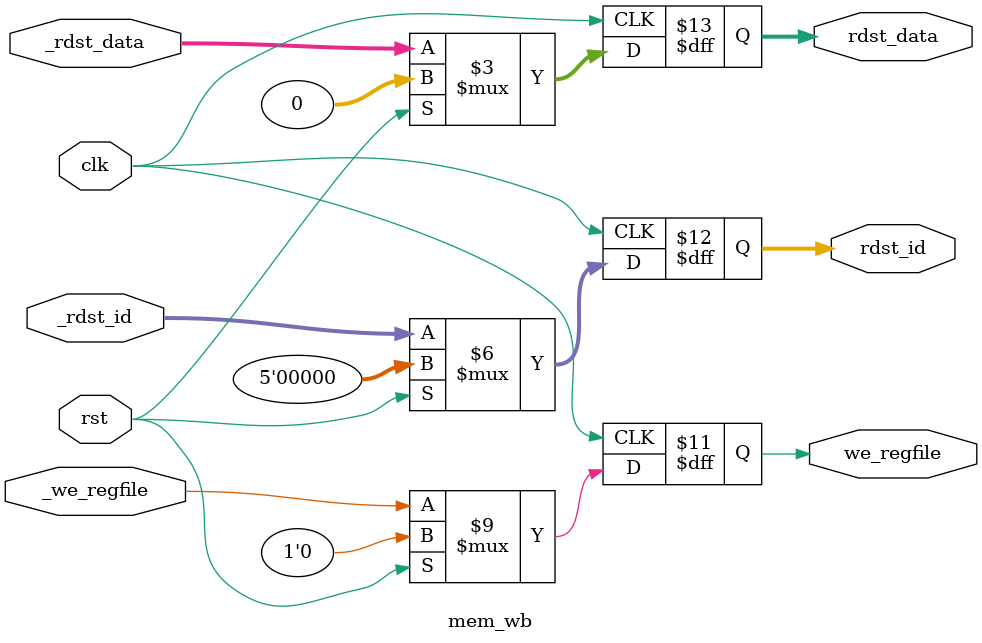
<source format=v>
module core_top #(
    parameter DWIDTH = 32
)(
    input                 clk,
    input                 rst
);

// hope this work UwU

// Jump type
localparam [2:0] JUMP_ZERO = 3'd0, // no jump
                 JUMP_BEQ  = 3'd1, // beq jump 
                 JUMP_JR   = 3'd2, // jr jump
                 JUMP_JAL  = 3'd3, // jal jump
                 JUMP_J    = 3'd4; // j jump

// rdst_data
localparam [1:0] LOAD_ALU_RES = 2'b00,
                 LOAD_DMEM    = 2'b01,
                 LOAD_PC_4    = 2'b10;

localparam [2:0] FWD_ORI = 3'b000, // one-hot encoding is easier
                 FWD_EX  = 3'b001,
                 FWD_MEM = 3'b010,
                 FWD_WB  = 3'b100;

// module declaration

// pc module
wire [31: 0] pc_addr, pc_4;
assign pc_4 = pc_addr + 4;
pc pc_inst(
    // input
    .clk(clk),
    .rst(rst),
    .pc_4(pc_4),
    .bran_jump(bran_jump),
    .bran_target_pc(bran_target_pc),
    .BHT_jump(BHT_jump),
    .BHT_target_pc(BHT_target_pc),
    .hazard_flush(hazard_flush),
    .hazard_stall(hazard_stall),
    .idex_jump(idex_jump),
    .idex_pc_4(idex_pc_4),

    // output 
    .addr(pc_addr)
); // end of pc module

// imem module
wire [31: 0] imem_instr;
imem imem_inst(
    // input
    .addr(pc_addr[7 : 0]),
    
    // output
    .rdata(imem_instr)
); // end of imem module

// if_id module
wire [31: 0] ifid_pc_4, ifid_instr;
wire         ifid_jump;
if_id ifid_inst(
    // input
    .clk(clk),
    .stall(hazard_stall),
    .rst(rst),
    .flush(hazard_flush),
    
    ._pc_4(pc_4),
    ._instr(imem_instr),
    ._jump(BHT_jump),
    
    // output
    .pc_4(ifid_pc_4),
    .instr(ifid_instr),
    .jump(ifid_jump)
); // end of if_id module

// decode module
wire [2 : 0] dec_jump_type;
wire [25: 0] dec_jump_addr;
wire         dec_we_dmem, dec_we_regfile;
wire [1 : 0] dec_lw_flag;
wire         dec_ssel;
wire [31: 0] dec_extend_imm;
wire [3 : 0] dec_alu_op;
wire [4 : 0] dec_rdst_id, dec_rs1_id, dec_rs2_id;
decode decode_inst(
    // input
    .instr(ifid_instr),
    
    // output
    .op(dec_alu_op),
    .ssel(dec_ssel),
    .imm(dec_extend_imm),
    .rs1_id(dec_rs1_id),
    .rs2_id(dec_rs2_id),
    .rdst_id(dec_rdst_id),
    .jump_type(dec_jump_type),
    .jump_addr(dec_jump_addr),
    .we_dmem(dec_we_dmem),
    .we_regfile(dec_we_regfile),
    .lw_flag(dec_lw_flag)
); // end of decode module

// regfile module
wire [31: 0] regfile_rs1_data, regfile_rs2_data;
reg_file reg_file_inst(
    // input
    .clk(clk),
    .rst(rst),
    
    .rs1_id(dec_rs1_id),
    .rs2_id(dec_rs2_id),
    .we(memwb_we_regfile),
    .rdst_id(memwb_rdst_id),
    .rdst(memwb_rdst_data),
    
    // output
    .rs1(regfile_rs1_data),
    .rs2(regfile_rs2_data)
); // end of regfile module

//=========================================================
// hazard module
wire         hazard_flush, hazard_stall;
wire [2 : 0] hazard_fwd_rs1, hazard_fwd_rs2;
hazard_ctrl hazard_inst(
    // input
    // data hazard
    .dec_rs1_id(dec_rs1_id),
    .dec_rs2_id(dec_rs2_id),
    .idex_rdst_id(idex_rdst_id),
    .idex_lw_flag(idex_lw_flag),
    .exmem_rdst_id(exmem_rdst_id),
    .memwb_rdst_id(memwb_rdst_id),
    
    // control hazard
    .bran_jump(bran_jump),
    .BHT_jump(idex_jump),
    
    // output
    .fwd_rs1(hazard_fwd_rs1),
    .fwd_rs2(hazard_fwd_rs2),
    .hazard_flush(hazard_flush),
    .hazard_stall(hazard_stall)
); // end of hazard module

// BHT module
wire         BHT_jump;
wire [31: 0] BHT_target_pc;
wire [31: 0] BHT_update_pc;
wire         BHT_update_valid;

assign BHT_update_pc = idex_pc_4 - 4;
assign BHT_update_valid = (idex_jump_type == JUMP_BEQ);

BHT BHT_inst(
    // input
    .clk(clk),
    .rst(rst),

    .read_pc(pc_addr),

    .update_pc(BHT_update_pc),
    .update_target(bran_target_pc),
    .update_valid(BHT_update_valid),
    .update_value(bran_jump),

    .jump(BHT_jump),
    .target_pc(BHT_target_pc)
);

//=========================================================
// id_ex module

// forwarding mux for rs1 and rs2
reg  [31: 0] idex_rs1_l, idex_rs2_l;
always@(*) begin // idex_rs1_l
    case(hazard_fwd_rs1)
    FWD_ORI: idex_rs1_l = regfile_rs1_data;
    FWD_EX : idex_rs1_l = alu_result;
    FWD_MEM: idex_rs1_l = mux_rdst_data;
    FWD_WB : idex_rs1_l = memwb_rdst_data;
    default: idex_rs1_l = regfile_rs1_data;
    endcase
end
always@(*) begin // idex_rs1_l
    case(hazard_fwd_rs2)
    FWD_ORI: idex_rs2_l = regfile_rs2_data;
    FWD_EX : idex_rs2_l = alu_result;
    FWD_MEM: idex_rs2_l = mux_rdst_data;
    FWD_WB : idex_rs2_l = memwb_rdst_data;
    default: idex_rs2_l = regfile_rs2_data;
    endcase
end
wire [31: 0] idex_pc_4;
wire [2 : 0] idex_jump_type;
wire [25: 0] idex_jump_addr;
wire         idex_we_dmem, idex_we_regfile, idex_ssel;
wire [1 : 0] idex_lw_flag;
wire [31: 0] idex_extend_imm;
wire [3 : 0] idex_alu_op;
wire [31: 0] idex_rs1_data, idex_rs2_data;
wire [4 : 0] idex_rdst_id;
wire         idex_jump;
id_ex idex_inst(
    // input
    .clk(clk),
    .rst(rst),
    .flush(hazard_flush),
    .stall(hazard_stall),
    
    ._pc_4(ifid_pc_4),
    ._jump_type(dec_jump_type),
    ._jump_addr(dec_jump_addr),
    ._we_dmem(dec_we_dmem),
    ._we_regfile(dec_we_regfile),
    ._lw_flag(dec_lw_flag),
    
    ._ssel(dec_ssel),
    ._signed_extend_imm(dec_extend_imm),
    ._alu_op(dec_alu_op),
    ._rs1_data(idex_rs1_l),
    ._rs2_data(idex_rs2_l),
    ._rdst_id(dec_rdst_id),
    ._jump(ifid_jump),
    
    // output
    .pc_4(idex_pc_4),
    .jump_type(idex_jump_type),
    .jump_addr(idex_jump_addr),
    .we_dmem(idex_we_dmem),
    .we_regfile(idex_we_regfile),
    .lw_flag(idex_lw_flag),
    
    .ssel(idex_ssel),
    .signed_extend_imm(idex_extend_imm),
    .alu_op(idex_alu_op),
    .rs1_data(idex_rs1_data),
    .rs2_data(idex_rs2_data),
    .rdst_id(idex_rdst_id),
    .jump(idex_jump)
); // end of id_ex module
//=========================================================


// branch module
wire [31: 0] bran_target_pc;
wire         bran_jump;
branch branch_inst(
    // input
    .pc_4(idex_pc_4),
    .jump_type(idex_jump_type),
    .jump_addr(idex_jump_addr),
    .rs1_data(idex_rs1_data),
    .signed_extend_imm(idex_extend_imm),
    .zero(alu_zero),

    // output
    .jump(bran_jump),
    .new_pc(bran_target_pc)
); // end of branch module

// alu module
wire [31: 0] alu_result;
wire         alu_zero, alu_overflow;
// mux for alu rs2
wire [31: 0] alu_rs2_data;
assign alu_rs2_data = (idex_ssel) ? idex_rs2_data : idex_extend_imm;

alu alu_inst(
    // input
    .op(idex_alu_op),
    .rs1(idex_rs1_data),
    .rs2(alu_rs2_data),

    // output
    .rd(alu_result),
    .zero(alu_zero),
    .overflow(alu_overflow)
); // end of alu module

// ex_mem module
wire [31: 0] exmem_pc_4;
wire         exmem_we_dmem, exmem_we_regfile;
wire [1 : 0] exmem_lw_flag;
wire [31: 0] exmem_result;
wire [4 : 0] exmem_rdst_id;
wire [31: 0] exmem_rs2_data;
ex_mem exmem_inst(
    // input
    .clk(clk),
    .rst(rst),
    //.flush(hazard_flush),

    ._pc_4(idex_pc_4),
    ._we_mem(idex_we_dmem),
    ._we_regfile(idex_we_regfile),
    ._lw_flag(idex_lw_flag),
    ._result(alu_result),
    ._rdst_id(idex_rdst_id),
    ._rs2_data(idex_rs2_data),
    
    // output
    .pc_4(exmem_pc_4),
    .we_mem(exmem_we_dmem),
    .we_regfile(exmem_we_regfile),
    .lw_flag(exmem_lw_flag),
    .result(exmem_result),
    .rdst_id(exmem_rdst_id),
    .rs2_data(exmem_rs2_data)
); // end of ex_mem module

// dmem module
wire [31: 0] dmem_read_data;
dmem dmem_inst(
    // input
    .clk(clk),
    .addr(exmem_result[7 : 0]),
    .we(exmem_we_dmem),
    .re(exmem_lw_flag[0]),
    .wdata(exmem_rs2_data),

    // output
    .rdata(dmem_read_data)
); // end of dmem module

// mem_wb module
wire [4 : 0] memwb_rdst_id;
wire [31: 0] memwb_rdst_data;
wire         memwb_we_regfile;
wire [31: 0] mux_rdst_data;
reg  [31: 0] mux_rdst_data_l;
assign mux_rdst_data = mux_rdst_data_l;
always@(*) begin
    case(exmem_lw_flag)
    LOAD_ALU_RES: mux_rdst_data_l = exmem_result;
    LOAD_DMEM   : mux_rdst_data_l = dmem_read_data;
    LOAD_PC_4   : mux_rdst_data_l = exmem_pc_4;
    default     : mux_rdst_data_l = exmem_result; 
    endcase
end
mem_wb memwb_inst(
    // input
    .clk(clk),
    .rst(rst),
    //.flush(hazard_flush),

    ._we_regfile(exmem_we_regfile),
    ._rdst_id(exmem_rdst_id),
    ._rdst_data(mux_rdst_data),

    // output
    .we_regfile(memwb_we_regfile),
    .rdst_id(memwb_rdst_id),
    .rdst_data(memwb_rdst_data)
); // end of mem_wb module
    
    

endmodule

// below are the module that not included in the submission list
// pc module
module pc(
    input          clk,
    input          rst,
    input  [31: 0] pc_4,
    input          bran_jump,
    input  [31: 0] bran_target_pc,
    input          BHT_jump,
    input  [31: 0] BHT_target_pc,
    input          hazard_flush,
    input          hazard_stall,
    input          idex_jump,
    input  [31: 0] idex_pc_4,
    
    output [31: 0] addr
);

reg [31: 0] pc_cnt, pc_next_addr;
assign addr = pc_cnt;

always@(*) begin
    if(hazard_flush) begin
        if(idex_jump) pc_next_addr = idex_pc_4;
        else pc_next_addr = bran_target_pc;
    end
    else if(BHT_jump) pc_next_addr = BHT_target_pc;
    else pc_next_addr = pc_4;
end

always@(posedge clk) begin
    if(rst) pc_cnt <= 32'h0;
    else if(hazard_stall) pc_cnt <= pc_cnt;
    else pc_cnt <= pc_next_addr;
end

endmodule
// end of pc module

// branch module
module branch(
    input  [31: 0] pc_4,
    input  [2 : 0] jump_type,// j and jal
    input  [25: 0] jump_addr,// j, jal and beq
    input  [31: 0] rs1_data, // jr
    input  [31: 0] signed_extend_imm,
    input          zero,

    output reg         jump,
    output reg [31: 0] new_pc
);
// Jump type
localparam [2:0] JUMP_ZERO = 3'd0, // no jump
                 JUMP_BEQ  = 3'd1, // beq jump 
                 JUMP_JR   = 3'd2, // jr jump
                 JUMP_JAL  = 3'd3, // jal jump
                 JUMP_J    = 3'd4; // j jump
wire [31: 0] branch_addr;
reg  [31: 0] target_pc;    // used as latch
wire [31: 0] pc;
assign jump = 
    ( jump_type == JUMP_BEQ & zero ) |
    ( jump_type == JUMP_JR )         |
    ( jump_type == JUMP_JAL )        |
    ( jump_type == JUMP_J );
/** /
In stage 3 we'll get the info whether to jump or not.
If to jump, we assert the jump signal and give target_pc.
All pipeline registers have to flush the data.
At the next clock, pc will update the new pc and fetch new instr.
/**/
assign branch_addr = pc_4 + (signed_extend_imm << 2);
assign pc = pc_4 - 4;
assign target_pc   = { pc[31:28], jump_addr, 2'b00 };

always@(*) begin
    case(jump_type)
    JUMP_ZERO : new_pc = 32'h0;
    JUMP_BEQ  : new_pc = zero ? branch_addr : 32'h0;
    JUMP_JR   : new_pc = rs1_data;
    JUMP_JAL  : new_pc = target_pc;
    JUMP_J    : new_pc = target_pc;
    default   : new_pc = 32'h0;
    endcase
end

endmodule
// end of branch module

// if/id register module
module if_id(
    input         clk,
    input         rst,
    input         stall,
    input         flush,
    
    input [31: 0] _pc_4,
    input [31: 0] _instr,
    input         _jump,

    output reg [31: 0] pc_4,
    output reg [31: 0] instr,
    output reg         jump
);

always@(posedge clk) begin
    if(flush | rst) begin
        instr <= 32'h0;
        pc_4  <= 32'h0;
        jump  <= 1'b0;
    end
    else if(stall) begin
        instr <= instr;
        pc_4  <= pc_4;
        jump  <= jump;
    end
    else begin
        instr <= _instr;
        pc_4 <= _pc_4;
        jump <= _jump;
    end
end

endmodule
// end of if/id register module

// id/ex register module
module id_ex(
    input          clk,
    input          rst,
    input          flush,
    input          stall,
    
    input  [31: 0] _pc_4,
    input  [2 : 0] _jump_type,
    input  [25: 0] _jump_addr,
    input          _we_dmem, 
    input          _we_regfile,
    input  [1 : 0] _lw_flag, // determine whether use dmem data or alu result, if 1, read memory. re_dmem.
    
    input          _ssel,
    input  [31: 0] _signed_extend_imm,
    input  [3 : 0] _alu_op,  // omit the reg_dst signal
    input  [31: 0] _rs1_data,
    input  [31: 0] _rs2_data,
    input  [4 : 0] _rdst_id,   // different from textbook.
                               // decode module will decide rdst.
    input          _jump,

    output reg [31: 0] pc_4,
    output reg [2 : 0] jump_type,
    output reg [25: 0] jump_addr,
    output reg         we_dmem, 
    output reg         we_regfile,
    output reg [1 : 0] lw_flag, // determine whether use dmem data or alu result, if 1, read memory. re_dmem.
    output reg         ssel,
    output reg [31: 0] signed_extend_imm,
    output reg [3 : 0] alu_op,  // omit the reg_dst signal
    output reg [31: 0] rs1_data,
    output reg [31: 0] rs2_data,
    output reg [4 : 0] rdst_id,   // different from textbook.
                               // decode module will decide rdst.
    output reg         jump
);

always@(posedge clk) begin
    if (flush | stall | rst) begin
        pc_4              <= 32'b0;
        jump_type         <= 3'o0;
        jump_addr         <= 26'h0;
        we_dmem           <= 1'b0;
        we_regfile        <= 1'b0;
        lw_flag           <= 2'b0;
        ssel              <= 1'b0;
        signed_extend_imm <= 32'h0;
        alu_op            <= 4'h0;
        rs1_data          <= 32'h0;
        rs2_data          <= 32'h0;
        rdst_id           <= 5'h0;
        jump              <= 1'b0;
    end
    else begin
        pc_4              <= _pc_4;
        jump_type         <= _jump_type;
        jump_addr         <= _jump_addr;
        we_dmem           <= _we_dmem;
        we_regfile        <= _we_regfile;
        lw_flag           <= _lw_flag;
        ssel              <= _ssel;             
        signed_extend_imm <= _signed_extend_imm;
        alu_op            <= _alu_op;
        rs1_data          <= _rs1_data;
        rs2_data          <= _rs2_data;
        rdst_id           <= _rdst_id;
        jump              <= _jump;
    end
end

endmodule
// end of id/ex register module

// ex/mem register module
module ex_mem(
    input          clk,
    input          rst,
    //input          flush,
    
    input  [31: 0] _pc_4,
    input          _we_mem,
    input          _we_regfile,
    input  [1 : 0] _lw_flag,
    input  [31: 0] _result,
    input  [4 : 0] _rdst_id,
    input  [31: 0] _rs2_data,
    
    output reg [31: 0] pc_4,
    output reg         we_mem,
    output reg         we_regfile,
    output reg [1 : 0] lw_flag,
    output reg [31: 0] result,
    output reg [4 : 0] rdst_id,
    output reg [31: 0] rs2_data
);

always@(posedge clk) begin
    if(/*flush |*/ rst) begin
        pc_4       <= 32'h0;
        we_mem     <= 1'b0;
        we_regfile <= 1'b0;
        lw_flag    <= 2'b00;
        result     <= 32'h0;
        rdst_id    <= 5'h0;
        rs2_data   <= 32'h0;
    end
    else begin
        pc_4       <= _pc_4;
        we_mem     <= _we_mem;
        we_regfile <= _we_regfile;
        lw_flag    <= _lw_flag;
        result     <= _result;
        rdst_id    <= _rdst_id;
        rs2_data   <= _rs2_data;
    end
end

endmodule
// end of ex/mem register module

// mem/wb register module
module mem_wb(
    input          clk,
    input          rst,
    //input          flush,
    input          _we_regfile,
    input  [4 : 0] _rdst_id,
    input  [31: 0] _rdst_data,
    
    output reg         we_regfile,
    output reg [4 : 0] rdst_id,
    output reg [31: 0] rdst_data
);

always@(posedge clk) begin
    if(/*flush |*/ rst) begin
        we_regfile <= 1'b0;
        rdst_id <= 5'h0;
        rdst_data <= 32'h0;
    end
    else begin
        we_regfile <= _we_regfile;
        rdst_id   <= _rdst_id;
        rdst_data <= _rdst_data;
    end
end

endmodule
// end of mem/wb register module
</source>
